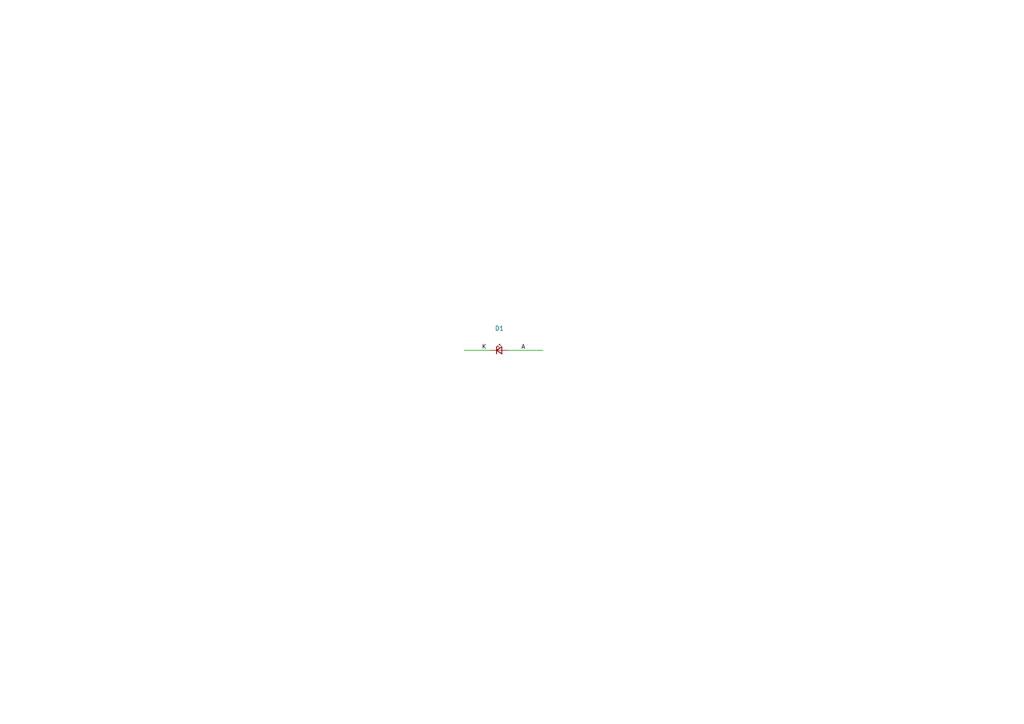
<source format=kicad_sch>
(kicad_sch (version 20250114) (generator "eeschema") (generator_version "9.0")
  (paper "A4")
  (title_block (title "BSH_FRG_10024820") (date "YYYY-MM-DD") (rev "1") (company "OpenSpare") (comment 1 "SPDX-License-Identifier: CERN-OHL-W-2.0") (comment 2 "© 2025 OpenSpare contributors"))
  (lib_symbols
    (symbol "Device:LED_Small" (pin_numbers (hide yes)) (pin_names (offset 0.254) (hide yes))
      (property "Reference" "D" (at -1.27 3.175 0))
      (property "Value" "LED_Small" (at -4.445 -2.54 0))
      (symbol "LED_Small_0_1"
        (polyline (pts (xy -0.762 -1.016) (xy -0.762 1.016)) (stroke (width 0.254)))
        (polyline (pts (xy 0 0.762) (xy -0.508 1.27) (xy -0.254 1.27) (xy -0.508 1.27) (xy -0.508 1.016)))
        (polyline (pts (xy 0.508 1.27) (xy 0 1.778) (xy 0.254 1.778) (xy 0 1.778) (xy 0 1.524)))
        (polyline (pts (xy 0.762 -1.016) (xy -0.762 0) (xy 0.762 1.016) (xy 0.762 -1.016)) (stroke (width 0.254)))
        (polyline (pts (xy 1.016 0) (xy -0.762 0)))
      )
      (symbol "LED_Small_1_1"
        (pin passive line (at -2.54 0 0) (length 1.778) (name "K") (number "1"))
        (pin passive line (at 2.54 0 180) (length 1.778) (name "A") (number "2"))
      )
    )
  )
  (wire (pts (xy 147.32 101.6) (xy 157.48 101.6)))
  (wire (pts (xy 134.62 101.6) (xy 142.24 101.6)))
  (label "A" (at 151.13 101.6 0))
  (label "K" (at 139.7 101.6 0))
  (symbol (lib_id "Device:LED_Small") (at 144.78 101.6 0) (unit 1)
    (property "Reference" "D1" (at 144.8435 95.25 0))
    (property "Value" "LED_Small" (effects (hide yes)))
    (property "Footprint" "LED_SMD:LED_Luminus_MP-3030-1100_3.0x3.0mm" (effects (hide yes)))
    (property "Datasheet" "kicad-embed://LED_XL-3030UWC-1W-3V.pdf" (effects (hide yes)))
    (property "Description" "LED Lighting 3030 White, Cool 6750K (6500K ~ 7000K) 3.3V 350mA 120° 1212 (3030 Metric)" (effects (hide yes)))
    (property "Sim.Pin" "1=K 2=A" (effects (hide yes)))
    (property "Manufacturer1_Name" " XINGLIGHT" (effects (hide yes)))
    (property "Manufacturer1_PArt_Number" " XL-3030UWC-1W-3V" (effects (hide yes)))
    (property "Supplier1_Name" "Digikey" (effects (hide yes)))
    (property "Supplier1_Part_Number" "5962-XL-3030UWC-1W-3VTR-ND" (effects (hide yes)))
    (property "LCSC Part #" "C2843891" (effects (hide yes)))
  )
)
</source>
